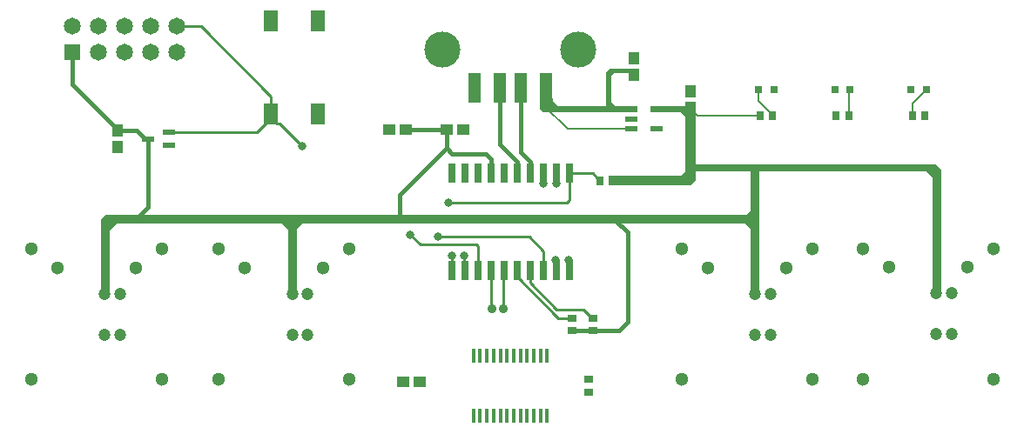
<source format=gtl>
G04*
G04 #@! TF.GenerationSoftware,Altium Limited,Altium Designer,21.2.1 (34)*
G04*
G04 Layer_Physical_Order=1*
G04 Layer_Color=255*
%FSLAX25Y25*%
%MOIN*%
G70*
G04*
G04 #@! TF.SameCoordinates,376BEF27-1B36-4492-BBE4-843C7A460007*
G04*
G04*
G04 #@! TF.FilePolarity,Positive*
G04*
G01*
G75*
%ADD13C,0.01000*%
%ADD15R,0.03150X0.03740*%
%ADD16R,0.03150X0.03150*%
%ADD17R,0.02559X0.07579*%
%ADD18R,0.01772X0.05807*%
%ADD19R,0.04724X0.02362*%
%ADD20R,0.04528X0.02165*%
%ADD21R,0.03985X0.04758*%
%ADD22R,0.04758X0.03985*%
%ADD23R,0.03740X0.03150*%
%ADD24R,0.04921X0.11811*%
%ADD25R,0.05512X0.08268*%
%ADD38C,0.13780*%
%ADD40C,0.01575*%
%ADD41C,0.00800*%
%ADD42C,0.01500*%
%ADD43C,0.05118*%
%ADD44C,0.04724*%
%ADD45C,0.03583*%
%ADD46C,0.06496*%
%ADD47R,0.06496X0.06496*%
%ADD48C,0.03150*%
G36*
X246063Y143695D02*
X236614D01*
X235433Y142514D01*
Y132468D01*
X236996Y130905D01*
X245469D01*
X245468Y128540D01*
X209485Y128553D01*
X208172Y129865D01*
X208162Y133859D01*
X211378Y133852D01*
X211709Y134156D01*
X212015Y133851D01*
X213084Y133848D01*
Y132781D01*
X214961Y130905D01*
X233369D01*
X233371Y143695D01*
X234951Y145276D01*
X246063D01*
Y143695D01*
D02*
G37*
G36*
X264748Y130405D02*
X264728Y130308D01*
Y129921D01*
X264806Y129531D01*
X265027Y129200D01*
X265330Y128897D01*
X267740D01*
Y108661D01*
X359842D01*
X361907Y106597D01*
X361907Y59055D01*
X358566Y59055D01*
X358566Y103590D01*
X356251Y105905D01*
X292221Y105905D01*
Y59055D01*
X288881Y59055D01*
X288881Y83905D01*
X287008Y85778D01*
X117323D01*
X115248Y83703D01*
X115230Y83701D01*
X115230Y57385D01*
X111890Y57385D01*
Y83337D01*
X109449Y85778D01*
X46063D01*
X43403Y83118D01*
X43403Y57874D01*
X40062Y57874D01*
Y85778D01*
X40062Y85778D01*
Y87448D01*
X40062Y87448D01*
X41732Y89119D01*
X111890Y89119D01*
Y89121D01*
X115230D01*
Y89119D01*
X287341Y89119D01*
X288881Y90658D01*
Y105905D01*
X267740Y105905D01*
Y102310D01*
X265848Y100418D01*
X234720D01*
X234646Y100492D01*
Y104232D01*
X262170D01*
X263709Y105771D01*
X263720Y107133D01*
X263752Y127020D01*
X263734Y127014D01*
X262205Y128543D01*
X250590D01*
Y130905D01*
X264389D01*
X264748Y130405D01*
D02*
G37*
D13*
X105856Y125837D02*
X107571Y124122D01*
X108653D02*
X117028Y115748D01*
X105856Y125837D02*
Y126919D01*
X107571Y124122D02*
X108653D01*
X218428Y93898D02*
X219350Y94820D01*
X173071Y93898D02*
X218428D01*
X219350Y94820D02*
Y105165D01*
X224918Y53051D02*
X228265Y49705D01*
X214665Y53051D02*
X224918D01*
X228265Y49705D02*
X228560D01*
X204357Y63359D02*
X214665Y53051D01*
X179341Y68073D02*
Y73514D01*
Y68073D02*
X179350Y68063D01*
X179331Y73524D02*
X179341Y73514D01*
X174380Y68093D02*
Y73494D01*
X174350Y68063D02*
X174380Y68093D01*
Y73494D02*
X174409Y73524D01*
X162402Y77756D02*
X183765D01*
X158563Y81595D02*
X162402Y77756D01*
X184350Y68063D02*
Y77170D01*
X183765Y77756D02*
X184350Y77170D01*
X219350Y105165D02*
X228496D01*
X231299Y102362D02*
Y102657D01*
X230224Y103732D02*
X231299Y102657D01*
X229929Y103732D02*
X230224D01*
X228496Y105165D02*
X229929Y103732D01*
X204350Y68063D02*
X204357Y68056D01*
Y63359D02*
Y68056D01*
X199350Y65553D02*
X215199Y49705D01*
X220630D01*
X199350Y65553D02*
Y68063D01*
X194222Y53376D02*
Y67935D01*
X194095Y53248D02*
X194222Y53376D01*
Y67935D02*
X194350Y68063D01*
X189557Y53455D02*
Y67856D01*
Y53455D02*
X189764Y53248D01*
X189350Y68063D02*
X189557Y67856D01*
X209646Y68358D02*
Y75394D01*
X209350Y68063D02*
X209646Y68358D01*
X204134Y80905D02*
X209646Y75394D01*
X169291Y80905D02*
X204134D01*
X99902Y120965D02*
X105315Y126378D01*
X66142Y120965D02*
X99902D01*
X69055Y161417D02*
X78642D01*
X105315Y134744D01*
Y127756D02*
Y134744D01*
X95236Y68347D02*
Y68898D01*
X47464Y59055D02*
X48094D01*
X224803Y129528D02*
X225590D01*
D15*
X350689Y127165D02*
D03*
X355610D02*
D03*
X326476D02*
D03*
X321555D02*
D03*
X297342D02*
D03*
X292421D02*
D03*
X236221Y102362D02*
D03*
X231299D02*
D03*
D16*
X356102Y137402D02*
D03*
X350197D02*
D03*
X326969D02*
D03*
X321063D02*
D03*
X291929Y137402D02*
D03*
X297835D02*
D03*
D17*
X174350Y105165D02*
D03*
X179350D02*
D03*
X184350D02*
D03*
X189350D02*
D03*
X194350D02*
D03*
X199350D02*
D03*
X204350D02*
D03*
X209350D02*
D03*
X214350D02*
D03*
X219350D02*
D03*
Y68063D02*
D03*
X214350D02*
D03*
X209350D02*
D03*
X204350D02*
D03*
X199350D02*
D03*
X194350D02*
D03*
X189350D02*
D03*
X184350D02*
D03*
X179350D02*
D03*
X174350D02*
D03*
D18*
X182776Y35251D02*
D03*
X185335D02*
D03*
X187894D02*
D03*
X190453D02*
D03*
X193012D02*
D03*
X195571D02*
D03*
X198130D02*
D03*
X200689D02*
D03*
X203248D02*
D03*
X205807D02*
D03*
X208366D02*
D03*
X210925D02*
D03*
Y12117D02*
D03*
X208366D02*
D03*
X205807D02*
D03*
X203248D02*
D03*
X200689D02*
D03*
X198130D02*
D03*
X195571D02*
D03*
X193012D02*
D03*
X190453D02*
D03*
X187894D02*
D03*
X185335D02*
D03*
X182776D02*
D03*
D19*
X243110Y129724D02*
D03*
Y125984D02*
D03*
Y122244D02*
D03*
X252953D02*
D03*
Y129724D02*
D03*
D20*
X66142Y115847D02*
D03*
Y120965D02*
D03*
X58268Y118405D02*
D03*
D21*
X265748Y130308D02*
D03*
Y136621D02*
D03*
X244094Y142906D02*
D03*
Y149220D02*
D03*
X46457Y115249D02*
D03*
Y121563D02*
D03*
D22*
X162212Y25197D02*
D03*
X155898D02*
D03*
X172473Y122047D02*
D03*
X178787D02*
D03*
X150379D02*
D03*
X156693D02*
D03*
D23*
X226690Y26083D02*
D03*
Y21161D02*
D03*
X220630Y44783D02*
D03*
Y49705D02*
D03*
X228560Y44783D02*
D03*
Y49705D02*
D03*
D24*
X192913Y137953D02*
D03*
X200787D02*
D03*
X183071D02*
D03*
X210630D02*
D03*
D25*
X123031Y127756D02*
D03*
Y163583D02*
D03*
X105315Y127756D02*
D03*
Y163583D02*
D03*
D38*
X170984Y152441D02*
D03*
X222716Y152441D02*
D03*
D40*
X220630Y44783D02*
X228560D01*
X238583D02*
X241929Y48130D01*
X228560Y44783D02*
X238583D01*
X154429Y87205D02*
Y96818D01*
X172473Y114862D01*
Y122047D01*
X189350Y105165D02*
Y110748D01*
X172473Y114862D02*
X174638Y112697D01*
X187402D01*
X189350Y110748D01*
X156693Y122047D02*
X172473D01*
X105315Y126378D02*
Y127756D01*
X29055Y139350D02*
X46457Y121949D01*
X29055Y139350D02*
Y151417D01*
X46457Y121563D02*
Y121949D01*
X237008Y87402D02*
X241929Y82480D01*
Y48130D02*
Y82480D01*
X53930Y121563D02*
X57087Y118405D01*
X46457Y121563D02*
X53930D01*
X57087Y118405D02*
X58268D01*
X53409Y87448D02*
X58268Y92307D01*
Y118405D01*
D41*
X218839Y122244D02*
X243110D01*
X210338Y130745D02*
X218839Y122244D01*
X350689Y127165D02*
Y131988D01*
X356102Y137402D01*
X326476Y127165D02*
Y136909D01*
X326969Y137402D01*
X291929Y132874D02*
Y137402D01*
X297342Y127165D02*
Y127461D01*
X291929Y132874D02*
X297342Y127461D01*
X265748Y129921D02*
X268504Y127165D01*
X292421D01*
X265748Y129921D02*
Y130308D01*
D42*
X204350Y105165D02*
Y109705D01*
X200787Y113268D02*
X204350Y109705D01*
X200787Y113268D02*
Y137953D01*
X199350Y105165D02*
Y109705D01*
X192913Y116142D02*
X199350Y109705D01*
X192913Y116142D02*
Y137953D01*
D43*
X13409Y76181D02*
D03*
X63409D02*
D03*
X13409Y26181D02*
D03*
X63409D02*
D03*
X23409Y68898D02*
D03*
X53409D02*
D03*
X331828Y76380D02*
D03*
X381828D02*
D03*
X331828Y26381D02*
D03*
X381828D02*
D03*
X341828Y69097D02*
D03*
X371828D02*
D03*
X302402Y68898D02*
D03*
X272402D02*
D03*
X312402Y26181D02*
D03*
X262402D02*
D03*
X312402Y76181D02*
D03*
X262402D02*
D03*
X125236Y68898D02*
D03*
X95236D02*
D03*
X135236Y26181D02*
D03*
X85236D02*
D03*
X135236Y76181D02*
D03*
X85236D02*
D03*
D44*
X47464Y59055D02*
D03*
Y43307D02*
D03*
X41558D02*
D03*
Y59055D02*
D03*
X365883Y59254D02*
D03*
Y43507D02*
D03*
X359978D02*
D03*
Y59254D02*
D03*
X290551Y59055D02*
D03*
Y43307D02*
D03*
X296457D02*
D03*
Y59055D02*
D03*
X113386D02*
D03*
Y43307D02*
D03*
X119291D02*
D03*
Y59055D02*
D03*
D45*
X189764Y53248D02*
D03*
X194095D02*
D03*
D46*
X69055Y161417D02*
D03*
X59055D02*
D03*
X69055Y151417D02*
D03*
X59055D02*
D03*
X49055Y161417D02*
D03*
Y151417D02*
D03*
X29055Y161417D02*
D03*
X39055Y151417D02*
D03*
Y161417D02*
D03*
D47*
X29055Y151417D02*
D03*
D48*
X219340Y71862D02*
D03*
X214340D02*
D03*
X214469Y101181D02*
D03*
X209449D02*
D03*
X179331Y73524D02*
D03*
X174409D02*
D03*
X169291Y80905D02*
D03*
X158563Y81595D02*
D03*
X117028Y115748D02*
D03*
X173071Y93898D02*
D03*
M02*

</source>
